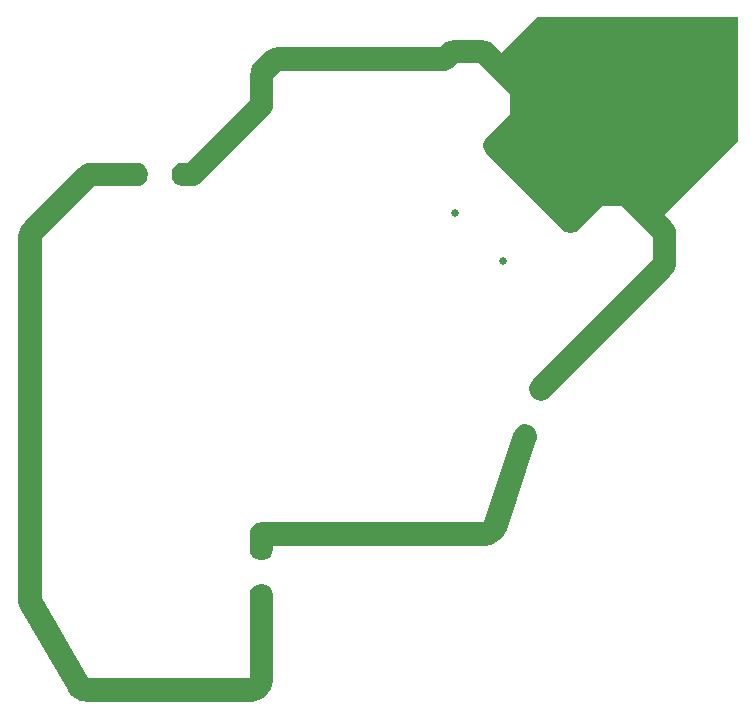
<source format=gbr>
%TF.GenerationSoftware,Altium Limited,Altium Designer,23.4.1 (23)*%
G04 Layer_Color=0*
%FSLAX26Y26*%
%MOIN*%
%TF.SameCoordinates,1F395C4B-4EE4-4E32-9856-E664E5071CD5*%
%TF.FilePolarity,Positive*%
%TF.FileFunction,NonPlated,1,4,NPTH,Drill*%
%TF.Part,CustomerPanel*%
G01*
G75*
%TA.AperFunction,ComponentDrill*%
%ADD136C,0.026575*%
G36*
X693178Y433071D02*
Y480150D01*
Y484029D01*
X694691Y491638D01*
X697660Y498805D01*
X701970Y505256D01*
X704713Y507999D01*
X704713Y507999D01*
X705694Y508980D01*
X708437Y511723D01*
X714888Y516033D01*
X722056Y519002D01*
X729665Y520516D01*
X733544Y520516D01*
X733544Y520516D01*
X1475089D01*
X1475097Y520540D01*
X1574764Y819541D01*
X1576234Y823952D01*
X1581147Y831845D01*
X1587763Y838378D01*
X1595719Y843191D01*
X1604576Y846019D01*
X1613848Y846708D01*
X1623026Y845219D01*
X1631605Y841633D01*
X1639113Y836149D01*
X1645138Y829068D01*
X1649348Y820778D01*
X1651513Y811736D01*
X1651513Y807087D01*
X1651513Y805502D01*
X1651259Y802342D01*
X1650751Y799213D01*
X1649993Y796136D01*
X1649492Y794632D01*
X1649492D01*
X1549825Y495630D01*
X1547879Y489783D01*
X1542215Y478836D01*
X1534916Y468903D01*
X1526162Y460226D01*
X1516164Y453017D01*
X1505167Y447451D01*
X1493438Y443663D01*
X1481262Y441746D01*
X1475099Y441746D01*
X1475099D01*
X771948D01*
Y433071D01*
Y427885D01*
X769264Y417869D01*
X764079Y408888D01*
X756746Y401555D01*
X747765Y396370D01*
X737748Y393686D01*
X727378D01*
X717361Y396370D01*
X708380Y401555D01*
X701047Y408888D01*
X695862Y417869D01*
X693178Y427885D01*
Y433071D01*
D01*
D02*
G37*
G36*
X-68217Y229074D02*
X-70795Y233543D01*
X-74741Y243076D01*
X-77410Y253043D01*
X-78756Y263273D01*
X-78756Y268432D01*
Y268432D01*
Y1465266D01*
Y1473023D01*
X-75730Y1488239D01*
X-69793Y1502571D01*
X-61174Y1515470D01*
X-55689Y1520955D01*
X-55689Y1520955D01*
X119368Y1696013D01*
X124853Y1701498D01*
X137752Y1710117D01*
X152085Y1716053D01*
X167301Y1719080D01*
X175058D01*
X175058Y1719080D01*
X314961D01*
X318840D01*
X326449Y1717567D01*
X333617Y1714598D01*
X340067Y1710287D01*
X345553Y1704802D01*
X349863Y1698351D01*
X352832Y1691183D01*
X354346Y1683574D01*
Y1679695D01*
Y1675816D01*
X352832Y1668207D01*
X349863Y1661039D01*
X345553Y1654589D01*
X340067Y1649103D01*
X333617Y1644792D01*
X326449Y1641823D01*
X318840Y1640310D01*
X314961D01*
D01*
X175064D01*
X14Y1465261D01*
Y268436D01*
X154882Y14D01*
X693178D01*
Y275591D01*
Y280776D01*
X695862Y290793D01*
X701047Y299774D01*
X708380Y307107D01*
X717361Y312292D01*
X727378Y314976D01*
X737748D01*
X747765Y312292D01*
X756746Y307107D01*
X764079Y299774D01*
X769264Y290793D01*
X771948Y280776D01*
Y275591D01*
D01*
X771948Y0D01*
Y-7757D01*
X768921Y-22972D01*
X762984Y-37305D01*
X754365Y-50204D01*
X743396Y-61174D01*
X730497Y-69793D01*
X716164Y-75730D01*
X700948Y-78756D01*
X693192D01*
Y-78756D01*
X154874D01*
X149710D01*
X139472Y-77408D01*
X129497Y-74734D01*
X119957Y-70781D01*
X111014Y-65617D01*
X102823Y-59329D01*
X95522Y-52025D01*
X89238Y-43830D01*
X86657Y-39358D01*
D01*
X-68217Y229074D01*
D02*
G37*
G36*
X472441Y1640310D02*
X500750D01*
X504629D01*
X512238Y1641823D01*
X519405Y1644792D01*
X525856Y1649103D01*
X528599Y1651845D01*
X528599Y1651846D01*
X760670Y1883917D01*
X763413Y1886659D01*
X767723Y1893110D01*
X770692Y1900278D01*
X772206Y1907887D01*
X772205Y1911766D01*
X772206Y1911766D01*
Y2002452D01*
X795197Y2025444D01*
X1343206D01*
X1347085D01*
X1354695Y2026957D01*
X1361862Y2029926D01*
X1368313Y2034236D01*
X1371056Y2036979D01*
X1371056Y2036979D01*
X1383835Y2049759D01*
X1458627D01*
X1561965Y1946421D01*
Y1881472D01*
X1483509Y1803016D01*
X1480766Y1800273D01*
X1476456Y1793822D01*
X1473487Y1786655D01*
X1471974Y1779046D01*
X1471974Y1771287D01*
X1473487Y1763678D01*
X1476456Y1756511D01*
X1480767Y1750060D01*
X1483509Y1747317D01*
D01*
X1734917Y1495910D01*
X1737660Y1493167D01*
X1744110Y1488857D01*
X1751278Y1485888D01*
X1758887Y1484374D01*
X1766645Y1484374D01*
X1774255Y1485888D01*
X1781422Y1488857D01*
X1787873Y1493167D01*
X1790616Y1495910D01*
X1790616D01*
X1869071Y1574365D01*
X1934020D01*
X2037359Y1471027D01*
Y1396236D01*
X1638389Y997265D01*
X1636773Y995649D01*
X1633936Y992065D01*
X1631534Y988178D01*
X1629597Y984038D01*
X1628874Y981870D01*
X1628874Y981870D01*
X1627257Y977021D01*
X1625682Y972294D01*
X1624984Y962353D01*
X1626784Y952551D01*
X1630969Y943507D01*
X1637274Y935789D01*
X1645303Y929885D01*
X1654549Y926167D01*
X1664429Y924868D01*
X1674322Y926071D01*
X1683603Y929700D01*
X1691689Y935525D01*
X1698068Y943181D01*
X1700204Y947683D01*
X1700204Y947683D01*
X2093062Y1340541D01*
X2098546Y1346025D01*
X2107165Y1358925D01*
X2113102Y1373257D01*
X2116129Y1388473D01*
Y1396230D01*
X2116129Y1396230D01*
X2116129Y1471033D01*
Y1478789D01*
X2113102Y1494005D01*
X2107165Y1508338D01*
X2098546Y1521237D01*
X2093062Y1526722D01*
X2093062Y1526722D01*
X1989715Y1630068D01*
X1984230Y1635553D01*
X1971331Y1644172D01*
X1956998Y1650109D01*
X1941783Y1653135D01*
X1934026D01*
X1934026Y1653135D01*
X1869065Y1653135D01*
X1861309Y1653135D01*
X1846093Y1650109D01*
X1831761Y1644172D01*
X1818861Y1635553D01*
X1813377Y1630068D01*
Y1630068D01*
X1762766Y1579458D01*
X1567058Y1775167D01*
X1617668Y1825777D01*
X1623153Y1831262D01*
X1631772Y1844161D01*
X1637708Y1858493D01*
X1640735Y1873709D01*
Y1881466D01*
X1640735Y1881466D01*
X1640735Y1946426D01*
Y1954183D01*
X1637708Y1969399D01*
X1631772Y1983731D01*
X1623153Y1996630D01*
X1617668Y2002115D01*
X1617668Y2002115D01*
X1514322Y2105462D01*
X1508837Y2110947D01*
X1495938Y2119566D01*
X1481605Y2125502D01*
X1466389Y2128529D01*
X1458632D01*
X1458632Y2128529D01*
X1383829Y2128529D01*
X1376073Y2128529D01*
X1360857Y2125502D01*
X1346524Y2119566D01*
X1333625Y2110947D01*
X1328140Y2105462D01*
Y2105462D01*
X1326892Y2104214D01*
X795192Y2104214D01*
X787435Y2104214D01*
X772219Y2101187D01*
X757886Y2095251D01*
X744987Y2086632D01*
X739503Y2081147D01*
Y2081147D01*
X716502Y2058147D01*
X711018Y2052662D01*
X702399Y2039763D01*
X696462Y2025430D01*
X693435Y2010215D01*
Y2002458D01*
Y2002458D01*
Y1928080D01*
X484436Y1719080D01*
X472441D01*
X467256D01*
X457239Y1716396D01*
X448258Y1711211D01*
X440925Y1703878D01*
X435740Y1694897D01*
X433056Y1684880D01*
Y1674510D01*
X435740Y1664493D01*
X440925Y1655512D01*
X448258Y1648179D01*
X457239Y1642994D01*
X467256Y1640310D01*
X472441D01*
D01*
D02*
G37*
G36*
X1555118Y2027559D02*
X1601350Y1981327D01*
Y1857256D01*
X1535433Y1791339D01*
X1771654Y1555118D01*
X1810433D01*
X1869488Y1614173D01*
X1988189D01*
X2066929Y1535433D01*
X2322835Y1791339D01*
Y2204724D01*
X1653543D01*
X1515748Y2066929D01*
X1555118Y2027559D01*
D02*
G37*
D136*
X1376963Y1550266D02*
D03*
X1537866Y1389363D02*
D03*
%TF.MD5,424f8b561905019be7156a57299fa8b2*%
M02*

</source>
